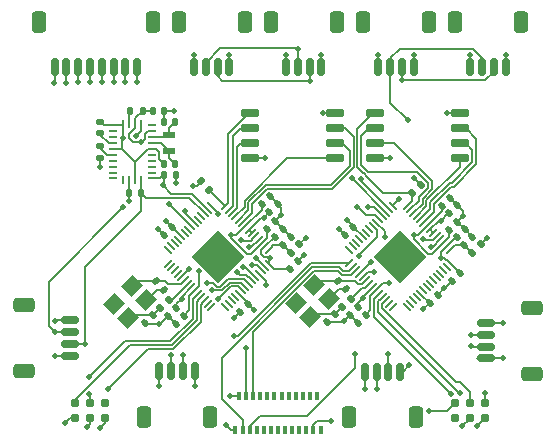
<source format=gbr>
%TF.GenerationSoftware,KiCad,Pcbnew,7.0.7*%
%TF.CreationDate,2023-12-03T17:34:17+00:00*%
%TF.ProjectId,tundraIOExpansion,74756e64-7261-4494-9f45-7870616e7369,rev?*%
%TF.SameCoordinates,Original*%
%TF.FileFunction,Copper,L1,Top*%
%TF.FilePolarity,Positive*%
%FSLAX46Y46*%
G04 Gerber Fmt 4.6, Leading zero omitted, Abs format (unit mm)*
G04 Created by KiCad (PCBNEW 7.0.7) date 2023-12-03 17:34:17*
%MOMM*%
%LPD*%
G01*
G04 APERTURE LIST*
G04 Aperture macros list*
%AMRoundRect*
0 Rectangle with rounded corners*
0 $1 Rounding radius*
0 $2 $3 $4 $5 $6 $7 $8 $9 X,Y pos of 4 corners*
0 Add a 4 corners polygon primitive as box body*
4,1,4,$2,$3,$4,$5,$6,$7,$8,$9,$2,$3,0*
0 Add four circle primitives for the rounded corners*
1,1,$1+$1,$2,$3*
1,1,$1+$1,$4,$5*
1,1,$1+$1,$6,$7*
1,1,$1+$1,$8,$9*
0 Add four rect primitives between the rounded corners*
20,1,$1+$1,$2,$3,$4,$5,0*
20,1,$1+$1,$4,$5,$6,$7,0*
20,1,$1+$1,$6,$7,$8,$9,0*
20,1,$1+$1,$8,$9,$2,$3,0*%
%AMRotRect*
0 Rectangle, with rotation*
0 The origin of the aperture is its center*
0 $1 length*
0 $2 width*
0 $3 Rotation angle, in degrees counterclockwise*
0 Add horizontal line*
21,1,$1,$2,0,0,$3*%
G04 Aperture macros list end*
%TA.AperFunction,SMDPad,CuDef*%
%ADD10RoundRect,0.135000X0.226274X0.035355X0.035355X0.226274X-0.226274X-0.035355X-0.035355X-0.226274X0*%
%TD*%
%TA.AperFunction,SMDPad,CuDef*%
%ADD11RoundRect,0.135000X0.035355X-0.226274X0.226274X-0.035355X-0.035355X0.226274X-0.226274X0.035355X0*%
%TD*%
%TA.AperFunction,SMDPad,CuDef*%
%ADD12RoundRect,0.135000X-0.035355X0.226274X-0.226274X0.035355X0.035355X-0.226274X0.226274X-0.035355X0*%
%TD*%
%TA.AperFunction,SMDPad,CuDef*%
%ADD13RoundRect,0.150000X-0.650000X-0.150000X0.650000X-0.150000X0.650000X0.150000X-0.650000X0.150000X0*%
%TD*%
%TA.AperFunction,SMDPad,CuDef*%
%ADD14RoundRect,0.135000X-0.135000X-0.185000X0.135000X-0.185000X0.135000X0.185000X-0.135000X0.185000X0*%
%TD*%
%TA.AperFunction,SMDPad,CuDef*%
%ADD15RoundRect,0.150000X-0.150000X-0.625000X0.150000X-0.625000X0.150000X0.625000X-0.150000X0.625000X0*%
%TD*%
%TA.AperFunction,SMDPad,CuDef*%
%ADD16RoundRect,0.250000X-0.350000X-0.650000X0.350000X-0.650000X0.350000X0.650000X-0.350000X0.650000X0*%
%TD*%
%TA.AperFunction,SMDPad,CuDef*%
%ADD17RoundRect,0.140000X-0.219203X-0.021213X-0.021213X-0.219203X0.219203X0.021213X0.021213X0.219203X0*%
%TD*%
%TA.AperFunction,ConnectorPad*%
%ADD18C,0.787400*%
%TD*%
%TA.AperFunction,SMDPad,CuDef*%
%ADD19RoundRect,0.140000X0.021213X-0.219203X0.219203X-0.021213X-0.021213X0.219203X-0.219203X0.021213X0*%
%TD*%
%TA.AperFunction,SMDPad,CuDef*%
%ADD20RoundRect,0.135000X0.185000X-0.135000X0.185000X0.135000X-0.185000X0.135000X-0.185000X-0.135000X0*%
%TD*%
%TA.AperFunction,SMDPad,CuDef*%
%ADD21RoundRect,0.050000X-0.309359X0.238649X0.238649X-0.309359X0.309359X-0.238649X-0.238649X0.309359X0*%
%TD*%
%TA.AperFunction,SMDPad,CuDef*%
%ADD22RoundRect,0.050000X-0.309359X-0.238649X-0.238649X-0.309359X0.309359X0.238649X0.238649X0.309359X0*%
%TD*%
%TA.AperFunction,SMDPad,CuDef*%
%ADD23RotRect,3.200000X3.200000X315.000000*%
%TD*%
%TA.AperFunction,SMDPad,CuDef*%
%ADD24RoundRect,0.150000X-0.625000X0.150000X-0.625000X-0.150000X0.625000X-0.150000X0.625000X0.150000X0*%
%TD*%
%TA.AperFunction,SMDPad,CuDef*%
%ADD25RoundRect,0.250000X-0.650000X0.350000X-0.650000X-0.350000X0.650000X-0.350000X0.650000X0.350000X0*%
%TD*%
%TA.AperFunction,SMDPad,CuDef*%
%ADD26RoundRect,0.150000X0.150000X0.625000X-0.150000X0.625000X-0.150000X-0.625000X0.150000X-0.625000X0*%
%TD*%
%TA.AperFunction,SMDPad,CuDef*%
%ADD27RoundRect,0.250000X0.350000X0.650000X-0.350000X0.650000X-0.350000X-0.650000X0.350000X-0.650000X0*%
%TD*%
%TA.AperFunction,SMDPad,CuDef*%
%ADD28RoundRect,0.140000X-0.021213X0.219203X-0.219203X0.021213X0.021213X-0.219203X0.219203X-0.021213X0*%
%TD*%
%TA.AperFunction,SMDPad,CuDef*%
%ADD29RoundRect,0.140000X0.140000X0.170000X-0.140000X0.170000X-0.140000X-0.170000X0.140000X-0.170000X0*%
%TD*%
%TA.AperFunction,SMDPad,CuDef*%
%ADD30RoundRect,0.135000X0.135000X0.185000X-0.135000X0.185000X-0.135000X-0.185000X0.135000X-0.185000X0*%
%TD*%
%TA.AperFunction,SMDPad,CuDef*%
%ADD31RotRect,1.400000X1.200000X225.000000*%
%TD*%
%TA.AperFunction,SMDPad,CuDef*%
%ADD32RoundRect,0.140000X-0.170000X0.140000X-0.170000X-0.140000X0.170000X-0.140000X0.170000X0.140000X0*%
%TD*%
%TA.AperFunction,SMDPad,CuDef*%
%ADD33R,0.300000X0.800000*%
%TD*%
%TA.AperFunction,SMDPad,CuDef*%
%ADD34R,0.300000X0.650000*%
%TD*%
%TA.AperFunction,SMDPad,CuDef*%
%ADD35RoundRect,0.150000X0.625000X-0.150000X0.625000X0.150000X-0.625000X0.150000X-0.625000X-0.150000X0*%
%TD*%
%TA.AperFunction,SMDPad,CuDef*%
%ADD36RoundRect,0.250000X0.650000X-0.350000X0.650000X0.350000X-0.650000X0.350000X-0.650000X-0.350000X0*%
%TD*%
%TA.AperFunction,SMDPad,CuDef*%
%ADD37R,0.675000X0.254000*%
%TD*%
%TA.AperFunction,SMDPad,CuDef*%
%ADD38R,0.254000X0.675000*%
%TD*%
%TA.AperFunction,SMDPad,CuDef*%
%ADD39R,1.100000X0.600000*%
%TD*%
%TA.AperFunction,ViaPad*%
%ADD40C,0.500000*%
%TD*%
%TA.AperFunction,Conductor*%
%ADD41C,0.127000*%
%TD*%
G04 APERTURE END LIST*
D10*
%TO.P,R10,1*%
%TO.N,Net-(U4-~{CS})*%
X132980624Y-72320624D03*
%TO.P,R10,2*%
%TO.N,Net-(USB2-Pin_4)*%
X132259376Y-71599376D03*
%TD*%
D11*
%TO.P,R9,1*%
%TO.N,Net-(U1-QSPI_SS)*%
X150149376Y-72610624D03*
%TO.P,R9,2*%
%TO.N,Net-(USB1-Pin_4)*%
X150870624Y-71889376D03*
%TD*%
D12*
%TO.P,R1,1*%
%TO.N,+3V3*%
X155937668Y-76955050D03*
%TO.P,R1,2*%
%TO.N,Net-(U1-ADC_AVDD)*%
X155216420Y-77676298D03*
%TD*%
D13*
%TO.P,U2,1,~{CS}*%
%TO.N,Net-(U1-QSPI_SS)*%
X146970000Y-65845000D03*
%TO.P,U2,2,SO/SIO1*%
%TO.N,Net-(U1-QSPI_SD1)*%
X146970000Y-67115000D03*
%TO.P,U2,3,~{WP}/SIO2*%
%TO.N,Net-(U1-QSPI_SD2)*%
X146970000Y-68385000D03*
%TO.P,U2,4,GND*%
%TO.N,GND*%
X146970000Y-69655000D03*
%TO.P,U2,5,SI/SIO0*%
%TO.N,Net-(U1-QSPI_SD0)*%
X154170000Y-69655000D03*
%TO.P,U2,6,SCLK*%
%TO.N,Net-(U1-QSPI_SCLK)*%
X154170000Y-68385000D03*
%TO.P,U2,7,~{HOLD}/SIO3*%
%TO.N,Net-(U1-QSPI_SD3)*%
X154170000Y-67115000D03*
%TO.P,U2,8,VCC*%
%TO.N,+3V3*%
X154170000Y-65845000D03*
%TD*%
D14*
%TO.P,R6,1*%
%TO.N,+3V3*%
X126170000Y-72577500D03*
%TO.P,R6,2*%
%TO.N,Net-(FINGER5L1-Pin_3)*%
X127190000Y-72577500D03*
%TD*%
D15*
%TO.P,USB2,1,Pin_1*%
%TO.N,GND*%
X128730000Y-87710000D03*
%TO.P,USB2,2,Pin_2*%
%TO.N,Net-(U5-USB_DM)*%
X129730000Y-87710000D03*
%TO.P,USB2,3,Pin_3*%
%TO.N,Net-(U5-USB_DP)*%
X130730000Y-87710000D03*
%TO.P,USB2,4,Pin_4*%
%TO.N,Net-(USB2-Pin_4)*%
X131730000Y-87710000D03*
D16*
%TO.P,USB2,MP*%
%TO.N,N/C*%
X127430000Y-91585000D03*
X133030000Y-91585000D03*
%TD*%
D15*
%TO.P,USB1,1,Pin_1*%
%TO.N,GND*%
X146130000Y-87720000D03*
%TO.P,USB1,2,Pin_2*%
%TO.N,Net-(U1-USB_DM)*%
X147130000Y-87720000D03*
%TO.P,USB1,3,Pin_3*%
%TO.N,Net-(U1-USB_DP)*%
X148130000Y-87720000D03*
%TO.P,USB1,4,Pin_4*%
%TO.N,Net-(USB1-Pin_4)*%
X149130000Y-87720000D03*
D16*
%TO.P,USB1,MP*%
%TO.N,N/C*%
X144830000Y-91595000D03*
X150430000Y-91595000D03*
%TD*%
D17*
%TO.P,C11,1*%
%TO.N,Net-(U1-XIN)*%
X143860589Y-80010589D03*
%TO.P,C11,2*%
%TO.N,GND*%
X144539411Y-80689411D03*
%TD*%
D18*
%TO.P,J3,1,VCC*%
%TO.N,+3V3*%
X121560000Y-91645000D03*
%TO.P,J3,2,SWDIO*%
%TO.N,Net-(J3-SWDIO)*%
X121560000Y-90375000D03*
%TO.P,J3,3,~{RESET}*%
%TO.N,Net-(J3-~{RESET})*%
X122830000Y-91645000D03*
%TO.P,J3,4,SWCLK*%
%TO.N,Net-(J3-SWCLK)*%
X122830000Y-90375000D03*
%TO.P,J3,5,GND*%
%TO.N,GND*%
X124100000Y-91645000D03*
%TO.P,J3,6,SWO*%
%TO.N,unconnected-(J3-SWO-Pad6)*%
X124100000Y-90375000D03*
%TD*%
D19*
%TO.P,C28,1*%
%TO.N,Net-(U5-ADC_AVDD)*%
X139184060Y-77007299D03*
%TO.P,C28,2*%
%TO.N,GND*%
X139862882Y-76328477D03*
%TD*%
D20*
%TO.P,R4,1*%
%TO.N,+3V3*%
X123720000Y-69670000D03*
%TO.P,R4,2*%
%TO.N,Net-(U3-NRST)*%
X123720000Y-68650000D03*
%TD*%
D21*
%TO.P,U1,1,IOVDD*%
%TO.N,+3V3*%
X148494213Y-73705787D03*
%TO.P,U1,2,GPIO0*%
%TO.N,Net-(FINGER1-Pin_3)*%
X148211370Y-73988630D03*
%TO.P,U1,3,GPIO1*%
%TO.N,Net-(FINGER1-Pin_2)*%
X147928528Y-74271472D03*
%TO.P,U1,4,GPIO2*%
%TO.N,Net-(FINGER3-Pin_3)*%
X147645685Y-74554315D03*
%TO.P,U1,5,GPIO3*%
%TO.N,Net-(FINGER3-Pin_2)*%
X147362842Y-74837158D03*
%TO.P,U1,6,GPIO4*%
%TO.N,INTER_RP2040_UART_TX1*%
X147080000Y-75120000D03*
%TO.P,U1,7,GPIO5*%
%TO.N,INTER_RP2040_UART_RX1*%
X146797157Y-75402843D03*
%TO.P,U1,8,GPIO6*%
%TO.N,unconnected-(U1-GPIO6-Pad8)*%
X146514314Y-75685686D03*
%TO.P,U1,9,GPIO7*%
%TO.N,unconnected-(U1-GPIO7-Pad9)*%
X146231471Y-75968529D03*
%TO.P,U1,10,IOVDD*%
%TO.N,+3V3*%
X145948629Y-76251371D03*
%TO.P,U1,11,GPIO8*%
%TO.N,unconnected-(U1-GPIO8-Pad11)*%
X145665786Y-76534214D03*
%TO.P,U1,12,GPIO9*%
%TO.N,unconnected-(U1-GPIO9-Pad12)*%
X145382943Y-76817057D03*
%TO.P,U1,13,GPIO10*%
%TO.N,unconnected-(U1-GPIO10-Pad13)*%
X145100101Y-77099899D03*
%TO.P,U1,14,GPIO11*%
%TO.N,unconnected-(U1-GPIO11-Pad14)*%
X144817258Y-77382742D03*
D22*
%TO.P,U1,15,GPIO12*%
%TO.N,D12-MI_MISO*%
X144817258Y-78567146D03*
%TO.P,U1,16,GPIO13*%
%TO.N,D10-MI_CS*%
X145100101Y-78849989D03*
%TO.P,U1,17,GPIO14*%
%TO.N,D13-MI_SCLK*%
X145382943Y-79132831D03*
%TO.P,U1,18,GPIO15*%
%TO.N,D11-MI_MOSI*%
X145665786Y-79415674D03*
%TO.P,U1,19,TESTEN*%
%TO.N,GND*%
X145948629Y-79698517D03*
%TO.P,U1,20,XIN*%
%TO.N,Net-(U1-XIN)*%
X146231471Y-79981359D03*
%TO.P,U1,21,XOUT*%
%TO.N,Net-(U1-XOUT)*%
X146514314Y-80264202D03*
%TO.P,U1,22,IOVDD*%
%TO.N,+3V3*%
X146797157Y-80547045D03*
%TO.P,U1,23,DVDD*%
%TO.N,Net-(U1-VREG_VOUT)*%
X147080000Y-80829888D03*
%TO.P,U1,24,SWCLK*%
%TO.N,Net-(J2-SWCLK)*%
X147362842Y-81112730D03*
%TO.P,U1,25,SWD*%
%TO.N,Net-(J2-SWDIO)*%
X147645685Y-81395573D03*
%TO.P,U1,26,RUN*%
%TO.N,Net-(J2-~{RESET})*%
X147928528Y-81678416D03*
%TO.P,U1,27,GPIO16*%
%TO.N,unconnected-(U1-GPIO16-Pad27)*%
X148211370Y-81961258D03*
%TO.P,U1,28,GPIO17*%
%TO.N,unconnected-(U1-GPIO17-Pad28)*%
X148494213Y-82244101D03*
D21*
%TO.P,U1,29,GPIO18*%
%TO.N,unconnected-(U1-GPIO18-Pad29)*%
X149678617Y-82244101D03*
%TO.P,U1,30,GPIO19*%
%TO.N,unconnected-(U1-GPIO19-Pad30)*%
X149961460Y-81961258D03*
%TO.P,U1,31,GPIO20*%
%TO.N,unconnected-(U1-GPIO20-Pad31)*%
X150244302Y-81678416D03*
%TO.P,U1,32,GPIO21*%
%TO.N,unconnected-(U1-GPIO21-Pad32)*%
X150527145Y-81395573D03*
%TO.P,U1,33,IOVDD*%
%TO.N,+3V3*%
X150809988Y-81112730D03*
%TO.P,U1,34,GPIO22*%
%TO.N,unconnected-(U1-GPIO22-Pad34)*%
X151092830Y-80829888D03*
%TO.P,U1,35,GPIO23*%
%TO.N,unconnected-(U1-GPIO23-Pad35)*%
X151375673Y-80547045D03*
%TO.P,U1,36,GPIO24*%
%TO.N,unconnected-(U1-GPIO24-Pad36)*%
X151658516Y-80264202D03*
%TO.P,U1,37,GPIO25*%
%TO.N,unconnected-(U1-GPIO25-Pad37)*%
X151941359Y-79981359D03*
%TO.P,U1,38,GPIO26_ADC0*%
%TO.N,unconnected-(U1-GPIO26_ADC0-Pad38)*%
X152224201Y-79698517D03*
%TO.P,U1,39,GPIO27_ADC1*%
%TO.N,unconnected-(U1-GPIO27_ADC1-Pad39)*%
X152507044Y-79415674D03*
%TO.P,U1,40,GPIO28_ADC2*%
%TO.N,unconnected-(U1-GPIO28_ADC2-Pad40)*%
X152789887Y-79132831D03*
%TO.P,U1,41,GPIO29_ADC3*%
%TO.N,unconnected-(U1-GPIO29_ADC3-Pad41)*%
X153072729Y-78849989D03*
%TO.P,U1,42,IOVDD*%
%TO.N,+3V3*%
X153355572Y-78567146D03*
D22*
%TO.P,U1,43,ADC_AVDD*%
%TO.N,Net-(U1-ADC_AVDD)*%
X153355572Y-77382742D03*
%TO.P,U1,44,VREG_IN*%
%TO.N,+3V3*%
X153072729Y-77099899D03*
%TO.P,U1,45,VREG_VOUT*%
%TO.N,Net-(U1-VREG_VOUT)*%
X152789887Y-76817057D03*
%TO.P,U1,46,USB_DM*%
%TO.N,Net-(U1-USB_DM)*%
X152507044Y-76534214D03*
%TO.P,U1,47,USB_DP*%
%TO.N,Net-(U1-USB_DP)*%
X152224201Y-76251371D03*
%TO.P,U1,48,USB_VDD*%
%TO.N,+3V3*%
X151941359Y-75968529D03*
%TO.P,U1,49,IOVDD*%
X151658516Y-75685686D03*
%TO.P,U1,50,DVDD*%
%TO.N,Net-(U1-VREG_VOUT)*%
X151375673Y-75402843D03*
%TO.P,U1,51,QSPI_SD3*%
%TO.N,Net-(U1-QSPI_SD3)*%
X151092830Y-75120000D03*
%TO.P,U1,52,QSPI_SCLK*%
%TO.N,Net-(U1-QSPI_SCLK)*%
X150809988Y-74837158D03*
%TO.P,U1,53,QSPI_SD0*%
%TO.N,Net-(U1-QSPI_SD0)*%
X150527145Y-74554315D03*
%TO.P,U1,54,QSPI_SD2*%
%TO.N,Net-(U1-QSPI_SD2)*%
X150244302Y-74271472D03*
%TO.P,U1,55,QSPI_SD1*%
%TO.N,Net-(U1-QSPI_SD1)*%
X149961460Y-73988630D03*
%TO.P,U1,56,QSPI_SS*%
%TO.N,Net-(U1-QSPI_SS)*%
X149678617Y-73705787D03*
D23*
%TO.P,U1,57,GND*%
%TO.N,GND*%
X149086415Y-77974944D03*
%TD*%
D19*
%TO.P,C10,1*%
%TO.N,Net-(U1-ADC_AVDD)*%
X154567633Y-77005085D03*
%TO.P,C10,2*%
%TO.N,GND*%
X155246455Y-76326263D03*
%TD*%
%TO.P,C6,1*%
%TO.N,+3V3*%
X153290589Y-74329411D03*
%TO.P,C6,2*%
%TO.N,GND*%
X153969411Y-73650589D03*
%TD*%
D18*
%TO.P,J2,1,VCC*%
%TO.N,+3V3*%
X156300000Y-90375000D03*
%TO.P,J2,2,SWDIO*%
%TO.N,Net-(J2-SWDIO)*%
X156300000Y-91645000D03*
%TO.P,J2,3,~{RESET}*%
%TO.N,Net-(J2-~{RESET})*%
X155030000Y-90375000D03*
%TO.P,J2,4,SWCLK*%
%TO.N,Net-(J2-SWCLK)*%
X155030000Y-91645000D03*
%TO.P,J2,5,GND*%
%TO.N,GND*%
X153760000Y-90375000D03*
%TO.P,J2,6,SWO*%
%TO.N,unconnected-(J2-SWO-Pad6)*%
X153760000Y-91645000D03*
%TD*%
D24*
%TO.P,FINGER5R1,1,Pin_1*%
%TO.N,GND*%
X121140000Y-83390000D03*
%TO.P,FINGER5R1,2,Pin_2*%
%TO.N,Net-(FINGER5L1-Pin_2)*%
X121140000Y-84390000D03*
%TO.P,FINGER5R1,3,Pin_3*%
%TO.N,Net-(FINGER5L1-Pin_3)*%
X121140000Y-85390000D03*
%TO.P,FINGER5R1,4,Pin_4*%
%TO.N,+3V3*%
X121140000Y-86390000D03*
D25*
%TO.P,FINGER5R1,MP*%
%TO.N,N/C*%
X117265000Y-82090000D03*
X117265000Y-87690000D03*
%TD*%
D11*
%TO.P,R2,1*%
%TO.N,Net-(C12-Pad1)*%
X144239376Y-82270624D03*
%TO.P,R2,2*%
%TO.N,Net-(U1-XOUT)*%
X144960624Y-81549376D03*
%TD*%
D26*
%TO.P,FingerAux1,1,Pin_1*%
%TO.N,Net-(FingerAux1-Pin_1)*%
X126860000Y-61955000D03*
%TO.P,FingerAux1,2,Pin_2*%
%TO.N,Net-(FingerAux1-Pin_2)*%
X125860000Y-61955000D03*
%TO.P,FingerAux1,3,Pin_3*%
%TO.N,Net-(FingerAux1-Pin_3)*%
X124860000Y-61955000D03*
%TO.P,FingerAux1,4,Pin_4*%
%TO.N,Net-(FingerAux1-Pin_4)*%
X123860000Y-61955000D03*
%TO.P,FingerAux1,5,Pin_5*%
%TO.N,Net-(FingerAux1-Pin_5)*%
X122860000Y-61955000D03*
%TO.P,FingerAux1,6,Pin_6*%
%TO.N,Net-(FingerAux1-Pin_6)*%
X121860000Y-61955000D03*
%TO.P,FingerAux1,7,Pin_7*%
%TO.N,Net-(FingerAux1-Pin_7)*%
X120860000Y-61955000D03*
%TO.P,FingerAux1,8,Pin_8*%
%TO.N,Net-(FingerAux1-Pin_8)*%
X119860000Y-61955000D03*
D27*
%TO.P,FingerAux1,MP*%
%TO.N,N/C*%
X128160000Y-58080000D03*
X118560000Y-58080000D03*
%TD*%
D26*
%TO.P,FINGER4,1,Pin_1*%
%TO.N,GND*%
X158060000Y-61955000D03*
%TO.P,FINGER4,2,Pin_2*%
%TO.N,Net-(FINGER3-Pin_2)*%
X157060000Y-61955000D03*
%TO.P,FINGER4,3,Pin_3*%
%TO.N,Net-(FINGER3-Pin_3)*%
X156060000Y-61955000D03*
%TO.P,FINGER4,4,Pin_4*%
%TO.N,+3V3*%
X155060000Y-61955000D03*
D27*
%TO.P,FINGER4,MP*%
%TO.N,N/C*%
X159360000Y-58080000D03*
X153760000Y-58080000D03*
%TD*%
D28*
%TO.P,C25,1*%
%TO.N,Net-(U5-VREG_VOUT)*%
X130809411Y-82990589D03*
%TO.P,C25,2*%
%TO.N,GND*%
X130130589Y-83669411D03*
%TD*%
D19*
%TO.P,C3,1*%
%TO.N,+3V3*%
X151617633Y-81925085D03*
%TO.P,C3,2*%
%TO.N,GND*%
X152296455Y-81246263D03*
%TD*%
%TO.P,C18,1*%
%TO.N,+3V3*%
X139780589Y-79059411D03*
%TO.P,C18,2*%
%TO.N,GND*%
X140459411Y-78380589D03*
%TD*%
D29*
%TO.P,C16,1*%
%TO.N,Net-(U3-XIN32)*%
X130080000Y-66597500D03*
%TO.P,C16,2*%
%TO.N,GND*%
X129120000Y-66597500D03*
%TD*%
D19*
%TO.P,C27,1*%
%TO.N,Net-(U5-VREG_VOUT)*%
X137400589Y-73539411D03*
%TO.P,C27,2*%
%TO.N,GND*%
X138079411Y-72860589D03*
%TD*%
D28*
%TO.P,C8,1*%
%TO.N,Net-(U1-VREG_VOUT)*%
X146229411Y-82910589D03*
%TO.P,C8,2*%
%TO.N,GND*%
X145550589Y-83589411D03*
%TD*%
D29*
%TO.P,C13,1*%
%TO.N,GND*%
X129120000Y-65677500D03*
%TO.P,C13,2*%
%TO.N,+3V3*%
X128160000Y-65677500D03*
%TD*%
D30*
%TO.P,R5,1*%
%TO.N,+3V3*%
X130130000Y-71050000D03*
%TO.P,R5,2*%
%TO.N,Net-(FINGER5L1-Pin_2)*%
X129110000Y-71050000D03*
%TD*%
D28*
%TO.P,C22,1*%
%TO.N,+3V3*%
X130159411Y-82330589D03*
%TO.P,C22,2*%
%TO.N,GND*%
X129480589Y-83009411D03*
%TD*%
D19*
%TO.P,C26,1*%
%TO.N,+3V3*%
X138060589Y-74189411D03*
%TO.P,C26,2*%
%TO.N,GND*%
X138739411Y-73510589D03*
%TD*%
D28*
%TO.P,C20,1*%
%TO.N,+3V3*%
X136259411Y-81960589D03*
%TO.P,C20,2*%
%TO.N,GND*%
X135580589Y-82639411D03*
%TD*%
D31*
%TO.P,Y1,1,1*%
%TO.N,Net-(U1-XIN)*%
X141856777Y-80381142D03*
%TO.P,Y1,2,2*%
%TO.N,GND*%
X140301142Y-81936777D03*
%TO.P,Y1,3,3*%
%TO.N,Net-(C12-Pad1)*%
X141503223Y-83138858D03*
%TO.P,Y1,4,4*%
%TO.N,GND*%
X143058858Y-81583223D03*
%TD*%
D26*
%TO.P,FINGER1,1,Pin_1*%
%TO.N,GND*%
X134660000Y-61955000D03*
%TO.P,FINGER1,2,Pin_2*%
%TO.N,Net-(FINGER1-Pin_2)*%
X133660000Y-61955000D03*
%TO.P,FINGER1,3,Pin_3*%
%TO.N,Net-(FINGER1-Pin_3)*%
X132660000Y-61955000D03*
%TO.P,FINGER1,4,Pin_4*%
%TO.N,+3V3*%
X131660000Y-61955000D03*
D27*
%TO.P,FINGER1,MP*%
%TO.N,N/C*%
X135960000Y-58080000D03*
X130360000Y-58080000D03*
%TD*%
D32*
%TO.P,C14,1*%
%TO.N,GND*%
X123730000Y-66547500D03*
%TO.P,C14,2*%
%TO.N,Net-(U3-CAP)*%
X123730000Y-67507500D03*
%TD*%
D19*
%TO.P,C9,1*%
%TO.N,Net-(U1-VREG_VOUT)*%
X152640589Y-73669411D03*
%TO.P,C9,2*%
%TO.N,GND*%
X153319411Y-72990589D03*
%TD*%
D17*
%TO.P,C19,1*%
%TO.N,Net-(U5-XIN)*%
X128430589Y-80090589D03*
%TO.P,C19,2*%
%TO.N,GND*%
X129109411Y-80769411D03*
%TD*%
D26*
%TO.P,FINGER3,1,Pin_1*%
%TO.N,GND*%
X150260000Y-61955000D03*
%TO.P,FINGER3,2,Pin_2*%
%TO.N,Net-(FINGER3-Pin_2)*%
X149260000Y-61955000D03*
%TO.P,FINGER3,3,Pin_3*%
%TO.N,Net-(FINGER3-Pin_3)*%
X148260000Y-61955000D03*
%TO.P,FINGER3,4,Pin_4*%
%TO.N,+3V3*%
X147260000Y-61955000D03*
D27*
%TO.P,FINGER3,MP*%
%TO.N,N/C*%
X151560000Y-58080000D03*
X145960000Y-58080000D03*
%TD*%
D28*
%TO.P,C5,1*%
%TO.N,+3V3*%
X145136455Y-75446263D03*
%TO.P,C5,2*%
%TO.N,GND*%
X144457633Y-76125085D03*
%TD*%
%TO.P,C12,1*%
%TO.N,Net-(C12-Pad1)*%
X143629411Y-82870589D03*
%TO.P,C12,2*%
%TO.N,GND*%
X142950589Y-83549411D03*
%TD*%
D12*
%TO.P,R8,1*%
%TO.N,+3V3*%
X140564095Y-76957264D03*
%TO.P,R8,2*%
%TO.N,Net-(U5-ADC_AVDD)*%
X139842847Y-77678512D03*
%TD*%
D19*
%TO.P,C23,1*%
%TO.N,Net-(U5-VREG_VOUT)*%
X137864060Y-75687299D03*
%TO.P,C23,2*%
%TO.N,GND*%
X138542882Y-75008477D03*
%TD*%
D33*
%TO.P,J1,1,Pin_1*%
%TO.N,GND*%
X135180000Y-92637500D03*
D34*
%TO.P,J1,2,Pin_2*%
X135480000Y-89762500D03*
D33*
%TO.P,J1,3,Pin_3*%
%TO.N,D10-MI_CS*%
X135780000Y-92637500D03*
D34*
%TO.P,J1,4,Pin_4*%
%TO.N,D12-MI_MISO*%
X136080000Y-89762500D03*
D33*
%TO.P,J1,5,Pin_5*%
%TO.N,D11-MI_MOSI*%
X136380000Y-92637500D03*
D34*
%TO.P,J1,6,Pin_6*%
%TO.N,D13-MI_SCLK*%
X136680000Y-89762500D03*
D33*
%TO.P,J1,7,Pin_7*%
%TO.N,FPGA_GPIO_7*%
X136980000Y-92637500D03*
D34*
%TO.P,J1,8,Pin_8*%
%TO.N,UART_RX*%
X137280000Y-89762500D03*
D33*
%TO.P,J1,9,Pin_9*%
%TO.N,UART_TX*%
X137580000Y-92637500D03*
D34*
%TO.P,J1,10,Pin_10*%
%TO.N,HAPTICS_DRV*%
X137880000Y-89762500D03*
D33*
%TO.P,J1,11,Pin_11*%
%TO.N,NRF_SWCLK*%
X138180000Y-92637500D03*
D34*
%TO.P,J1,12,Pin_12*%
%TO.N,FPGA_GPIO_4*%
X138480000Y-89762500D03*
D33*
%TO.P,J1,13,Pin_13*%
%TO.N,FPGA_GPIO_5*%
X138780000Y-92637500D03*
D34*
%TO.P,J1,14,Pin_14*%
%TO.N,FPGA_GPIO_6*%
X139080000Y-89762500D03*
D33*
%TO.P,J1,15,Pin_15*%
%TO.N,MCU_SWDIO*%
X139380000Y-92637500D03*
D34*
%TO.P,J1,16,Pin_16*%
%TO.N,MCU_NRST*%
X139680000Y-89762500D03*
D33*
%TO.P,J1,17,Pin_17*%
%TO.N,NRF_NRST*%
X139980000Y-92637500D03*
D34*
%TO.P,J1,18,Pin_18*%
%TO.N,NRF_SWDIO*%
X140280000Y-89762500D03*
D33*
%TO.P,J1,19,Pin_19*%
%TO.N,MCU_SWCLK*%
X140580000Y-92637500D03*
D34*
%TO.P,J1,20,Pin_20*%
%TO.N,FPGA_GPIO_12*%
X140880000Y-89762500D03*
D33*
%TO.P,J1,21,Pin_21*%
%TO.N,FPGA_GPIO_13*%
X141180000Y-92637500D03*
D34*
%TO.P,J1,22,Pin_22*%
%TO.N,VCORE*%
X141480000Y-89762500D03*
D33*
%TO.P,J1,23,Pin_23*%
%TO.N,+3V3*%
X141780000Y-92637500D03*
D34*
%TO.P,J1,24,Pin_24*%
%TO.N,VSYS*%
X142080000Y-89762500D03*
D33*
%TO.P,J1,25,Pin_25*%
%TO.N,VUSB*%
X142380000Y-92637500D03*
%TD*%
D35*
%TO.P,FINGER5L1,1,Pin_1*%
%TO.N,GND*%
X156420000Y-86610000D03*
%TO.P,FINGER5L1,2,Pin_2*%
%TO.N,Net-(FINGER5L1-Pin_2)*%
X156420000Y-85610000D03*
%TO.P,FINGER5L1,3,Pin_3*%
%TO.N,Net-(FINGER5L1-Pin_3)*%
X156420000Y-84610000D03*
%TO.P,FINGER5L1,4,Pin_4*%
%TO.N,+3V3*%
X156420000Y-83610000D03*
D36*
%TO.P,FINGER5L1,MP*%
%TO.N,N/C*%
X160295000Y-87910000D03*
X160295000Y-82310000D03*
%TD*%
D19*
%TO.P,C7,1*%
%TO.N,Net-(U1-VREG_VOUT)*%
X153247633Y-75695085D03*
%TO.P,C7,2*%
%TO.N,GND*%
X153926455Y-75016263D03*
%TD*%
D13*
%TO.P,U4,1,~{CS}*%
%TO.N,Net-(U4-~{CS})*%
X136420000Y-65855000D03*
%TO.P,U4,2,SO/SIO1*%
%TO.N,Net-(U4-SO{slash}SIO1)*%
X136420000Y-67125000D03*
%TO.P,U4,3,~{WP}/SIO2*%
%TO.N,Net-(U4-~{WP}{slash}SIO2)*%
X136420000Y-68395000D03*
%TO.P,U4,4,GND*%
%TO.N,GND*%
X136420000Y-69665000D03*
%TO.P,U4,5,SI/SIO0*%
%TO.N,Net-(U4-SI{slash}SIO0)*%
X143620000Y-69665000D03*
%TO.P,U4,6,SCLK*%
%TO.N,Net-(U4-SCLK)*%
X143620000Y-68395000D03*
%TO.P,U4,7,~{HOLD}/SIO3*%
%TO.N,Net-(U4-~{HOLD}{slash}SIO3)*%
X143620000Y-67125000D03*
%TO.P,U4,8,VCC*%
%TO.N,+3V3*%
X143620000Y-65855000D03*
%TD*%
D37*
%TO.P,U3,1,PIN1/DNC*%
%TO.N,unconnected-(U3-PIN1{slash}DNC-Pad1)*%
X128102500Y-66870000D03*
D38*
%TO.P,U3,2,GND*%
%TO.N,GND*%
X127190000Y-66732500D03*
%TO.P,U3,3,VDD*%
%TO.N,+3V3*%
X126690000Y-66732500D03*
%TO.P,U3,4,BOOTN*%
%TO.N,Net-(U3-BOOTN)*%
X126190000Y-66732500D03*
%TO.P,U3,5,PS1*%
%TO.N,GND*%
X125690000Y-66732500D03*
D37*
%TO.P,U3,6,PS0/WAKE*%
X124777500Y-66870000D03*
%TO.P,U3,7,PIN7/DNC*%
%TO.N,unconnected-(U3-PIN7{slash}DNC-Pad7)*%
X124777500Y-67370000D03*
%TO.P,U3,8,PIN8/DNC*%
%TO.N,unconnected-(U3-PIN8{slash}DNC-Pad8)*%
X124777500Y-67870000D03*
%TO.P,U3,9,CAP*%
%TO.N,Net-(U3-CAP)*%
X124777500Y-68370000D03*
%TO.P,U3,10,CLKSEL0*%
%TO.N,GND*%
X124777500Y-68870000D03*
%TO.P,U3,11,NRST*%
%TO.N,Net-(U3-NRST)*%
X124777500Y-69370000D03*
%TO.P,U3,12,PIN12/DNC*%
%TO.N,unconnected-(U3-PIN12{slash}DNC-Pad12)*%
X124777500Y-69870000D03*
%TO.P,U3,13,PIN13/DNC*%
%TO.N,unconnected-(U3-PIN13{slash}DNC-Pad13)*%
X124777500Y-70370000D03*
%TO.P,U3,14,H_INTN*%
%TO.N,INT*%
X124777500Y-70870000D03*
%TO.P,U3,15,ENV_SCL*%
%TO.N,unconnected-(U3-ENV_SCL-Pad15)*%
X124777500Y-71370000D03*
D38*
%TO.P,U3,16,ENV_SDA*%
%TO.N,unconnected-(U3-ENV_SDA-Pad16)*%
X125690000Y-71507500D03*
%TO.P,U3,17,H_SA0/MOSI*%
%TO.N,+3V3*%
X126190000Y-71507500D03*
%TO.P,U3,18,H_CSN*%
%TO.N,GND*%
X126690000Y-71507500D03*
%TO.P,U3,19,H_SCL/SCLK/RX*%
%TO.N,Net-(FINGER5L1-Pin_3)*%
X127190000Y-71507500D03*
D37*
%TO.P,U3,20,H_SDA/MISO/TX*%
%TO.N,Net-(FINGER5L1-Pin_2)*%
X128102500Y-71370000D03*
%TO.P,U3,21,PIN21/DNC*%
%TO.N,unconnected-(U3-PIN21{slash}DNC-Pad21)*%
X128102500Y-70870000D03*
%TO.P,U3,22,PIN22/DNC*%
%TO.N,unconnected-(U3-PIN22{slash}DNC-Pad22)*%
X128102500Y-70370000D03*
%TO.P,U3,23,PIN23/DNC*%
%TO.N,unconnected-(U3-PIN23{slash}DNC-Pad23)*%
X128102500Y-69870000D03*
%TO.P,U3,24,PIN24/DNC*%
%TO.N,unconnected-(U3-PIN24{slash}DNC-Pad24)*%
X128102500Y-69370000D03*
%TO.P,U3,25,GND*%
%TO.N,GND*%
X128102500Y-68870000D03*
%TO.P,U3,26,CLKSEL1/XOUT32*%
%TO.N,Net-(U3-CLKSEL1{slash}XOUT32)*%
X128102500Y-68370000D03*
%TO.P,U3,27,XIN32*%
%TO.N,Net-(U3-XIN32)*%
X128102500Y-67870000D03*
%TO.P,U3,28,VDDIO*%
%TO.N,+3V3*%
X128102500Y-67370000D03*
%TD*%
D28*
%TO.P,C4,1*%
%TO.N,+3V3*%
X145579411Y-82250589D03*
%TO.P,C4,2*%
%TO.N,GND*%
X144900589Y-82929411D03*
%TD*%
D21*
%TO.P,U5,1,IOVDD*%
%TO.N,+3V3*%
X133141370Y-73727259D03*
%TO.P,U5,2,GPIO0*%
%TO.N,Net-(FINGER5L1-Pin_2)*%
X132858527Y-74010102D03*
%TO.P,U5,3,GPIO1*%
%TO.N,Net-(FINGER5L1-Pin_3)*%
X132575685Y-74292944D03*
%TO.P,U5,4,GPIO2*%
%TO.N,unconnected-(U5-GPIO2-Pad4)*%
X132292842Y-74575787D03*
%TO.P,U5,5,GPIO3*%
%TO.N,unconnected-(U5-GPIO3-Pad5)*%
X132009999Y-74858630D03*
%TO.P,U5,6,GPIO4*%
%TO.N,INTER_RP2040_UART_RX1*%
X131727157Y-75141472D03*
%TO.P,U5,7,GPIO5*%
%TO.N,INTER_RP2040_UART_TX1*%
X131444314Y-75424315D03*
%TO.P,U5,8,GPIO6*%
%TO.N,unconnected-(U5-GPIO6-Pad8)*%
X131161471Y-75707158D03*
%TO.P,U5,9,GPIO7*%
%TO.N,unconnected-(U5-GPIO7-Pad9)*%
X130878628Y-75990001D03*
%TO.P,U5,10,IOVDD*%
%TO.N,+3V3*%
X130595786Y-76272843D03*
%TO.P,U5,11,GPIO8*%
%TO.N,unconnected-(U5-GPIO8-Pad11)*%
X130312943Y-76555686D03*
%TO.P,U5,12,GPIO9*%
%TO.N,unconnected-(U5-GPIO9-Pad12)*%
X130030100Y-76838529D03*
%TO.P,U5,13,GPIO10*%
%TO.N,unconnected-(U5-GPIO10-Pad13)*%
X129747258Y-77121371D03*
%TO.P,U5,14,GPIO11*%
%TO.N,unconnected-(U5-GPIO11-Pad14)*%
X129464415Y-77404214D03*
D22*
%TO.P,U5,15,GPIO12*%
%TO.N,unconnected-(U5-GPIO12-Pad15)*%
X129464415Y-78588618D03*
%TO.P,U5,16,GPIO13*%
%TO.N,unconnected-(U5-GPIO13-Pad16)*%
X129747258Y-78871461D03*
%TO.P,U5,17,GPIO14*%
%TO.N,unconnected-(U5-GPIO14-Pad17)*%
X130030100Y-79154303D03*
%TO.P,U5,18,GPIO15*%
%TO.N,unconnected-(U5-GPIO15-Pad18)*%
X130312943Y-79437146D03*
%TO.P,U5,19,TESTEN*%
%TO.N,GND*%
X130595786Y-79719989D03*
%TO.P,U5,20,XIN*%
%TO.N,Net-(U5-XIN)*%
X130878628Y-80002831D03*
%TO.P,U5,21,XOUT*%
%TO.N,Net-(U5-XOUT)*%
X131161471Y-80285674D03*
%TO.P,U5,22,IOVDD*%
%TO.N,+3V3*%
X131444314Y-80568517D03*
%TO.P,U5,23,DVDD*%
%TO.N,Net-(U5-VREG_VOUT)*%
X131727157Y-80851360D03*
%TO.P,U5,24,SWCLK*%
%TO.N,Net-(J3-SWCLK)*%
X132009999Y-81134202D03*
%TO.P,U5,25,SWD*%
%TO.N,Net-(J3-SWDIO)*%
X132292842Y-81417045D03*
%TO.P,U5,26,RUN*%
%TO.N,Net-(J3-~{RESET})*%
X132575685Y-81699888D03*
%TO.P,U5,27,GPIO16*%
%TO.N,unconnected-(U5-GPIO16-Pad27)*%
X132858527Y-81982730D03*
%TO.P,U5,28,GPIO17*%
%TO.N,unconnected-(U5-GPIO17-Pad28)*%
X133141370Y-82265573D03*
D21*
%TO.P,U5,29,GPIO18*%
%TO.N,unconnected-(U5-GPIO18-Pad29)*%
X134325774Y-82265573D03*
%TO.P,U5,30,GPIO19*%
%TO.N,unconnected-(U5-GPIO19-Pad30)*%
X134608617Y-81982730D03*
%TO.P,U5,31,GPIO20*%
%TO.N,unconnected-(U5-GPIO20-Pad31)*%
X134891459Y-81699888D03*
%TO.P,U5,32,GPIO21*%
%TO.N,unconnected-(U5-GPIO21-Pad32)*%
X135174302Y-81417045D03*
%TO.P,U5,33,IOVDD*%
%TO.N,+3V3*%
X135457145Y-81134202D03*
%TO.P,U5,34,GPIO22*%
%TO.N,Net-(FingerAux1-Pin_1)*%
X135739987Y-80851360D03*
%TO.P,U5,35,GPIO23*%
%TO.N,Net-(FingerAux1-Pin_2)*%
X136022830Y-80568517D03*
%TO.P,U5,36,GPIO24*%
%TO.N,Net-(FingerAux1-Pin_3)*%
X136305673Y-80285674D03*
%TO.P,U5,37,GPIO25*%
%TO.N,Net-(FingerAux1-Pin_4)*%
X136588516Y-80002831D03*
%TO.P,U5,38,GPIO26_ADC0*%
%TO.N,Net-(FingerAux1-Pin_5)*%
X136871358Y-79719989D03*
%TO.P,U5,39,GPIO27_ADC1*%
%TO.N,Net-(FingerAux1-Pin_6)*%
X137154201Y-79437146D03*
%TO.P,U5,40,GPIO28_ADC2*%
%TO.N,Net-(FingerAux1-Pin_7)*%
X137437044Y-79154303D03*
%TO.P,U5,41,GPIO29_ADC3*%
%TO.N,Net-(FingerAux1-Pin_8)*%
X137719886Y-78871461D03*
%TO.P,U5,42,IOVDD*%
%TO.N,+3V3*%
X138002729Y-78588618D03*
D22*
%TO.P,U5,43,ADC_AVDD*%
%TO.N,Net-(U5-ADC_AVDD)*%
X138002729Y-77404214D03*
%TO.P,U5,44,VREG_IN*%
%TO.N,+3V3*%
X137719886Y-77121371D03*
%TO.P,U5,45,VREG_VOUT*%
%TO.N,Net-(U5-VREG_VOUT)*%
X137437044Y-76838529D03*
%TO.P,U5,46,USB_DM*%
%TO.N,Net-(U5-USB_DM)*%
X137154201Y-76555686D03*
%TO.P,U5,47,USB_DP*%
%TO.N,Net-(U5-USB_DP)*%
X136871358Y-76272843D03*
%TO.P,U5,48,USB_VDD*%
%TO.N,+3V3*%
X136588516Y-75990001D03*
%TO.P,U5,49,IOVDD*%
X136305673Y-75707158D03*
%TO.P,U5,50,DVDD*%
%TO.N,Net-(U5-VREG_VOUT)*%
X136022830Y-75424315D03*
%TO.P,U5,51,QSPI_SD3*%
%TO.N,Net-(U4-~{HOLD}{slash}SIO3)*%
X135739987Y-75141472D03*
%TO.P,U5,52,QSPI_SCLK*%
%TO.N,Net-(U4-SCLK)*%
X135457145Y-74858630D03*
%TO.P,U5,53,QSPI_SD0*%
%TO.N,Net-(U4-SI{slash}SIO0)*%
X135174302Y-74575787D03*
%TO.P,U5,54,QSPI_SD2*%
%TO.N,Net-(U4-~{WP}{slash}SIO2)*%
X134891459Y-74292944D03*
%TO.P,U5,55,QSPI_SD1*%
%TO.N,Net-(U4-SO{slash}SIO1)*%
X134608617Y-74010102D03*
%TO.P,U5,56,QSPI_SS*%
%TO.N,Net-(U4-~{CS})*%
X134325774Y-73727259D03*
D23*
%TO.P,U5,57,GND*%
%TO.N,GND*%
X133733572Y-77996416D03*
%TD*%
D19*
%TO.P,C1,1*%
%TO.N,+3V3*%
X153907633Y-76345085D03*
%TO.P,C1,2*%
%TO.N,GND*%
X154586455Y-75666263D03*
%TD*%
D39*
%TO.P,Y3,1,1*%
%TO.N,Net-(U3-CLKSEL1{slash}XOUT32)*%
X129590000Y-69057500D03*
%TO.P,Y3,2,2*%
%TO.N,Net-(U3-XIN32)*%
X129590000Y-67657500D03*
%TD*%
D29*
%TO.P,C15,1*%
%TO.N,Net-(U3-CLKSEL1{slash}XOUT32)*%
X130080000Y-70117500D03*
%TO.P,C15,2*%
%TO.N,GND*%
X129120000Y-70117500D03*
%TD*%
D28*
%TO.P,C21,1*%
%TO.N,Net-(C21-Pad1)*%
X128209411Y-82950589D03*
%TO.P,C21,2*%
%TO.N,GND*%
X127530589Y-83629411D03*
%TD*%
%TO.P,C2,1*%
%TO.N,+3V3*%
X154166455Y-79376263D03*
%TO.P,C2,2*%
%TO.N,GND*%
X153487633Y-80055085D03*
%TD*%
D11*
%TO.P,R7,1*%
%TO.N,Net-(C21-Pad1)*%
X128819376Y-82350624D03*
%TO.P,R7,2*%
%TO.N,Net-(U5-XOUT)*%
X129540624Y-81629376D03*
%TD*%
D31*
%TO.P,Y2,1,1*%
%TO.N,Net-(U5-XIN)*%
X126436777Y-80461142D03*
%TO.P,Y2,2,2*%
%TO.N,GND*%
X124881142Y-82016777D03*
%TO.P,Y2,3,3*%
%TO.N,Net-(C21-Pad1)*%
X126083223Y-83218858D03*
%TO.P,Y2,4,4*%
%TO.N,GND*%
X127638858Y-81663223D03*
%TD*%
D14*
%TO.P,R3,1*%
%TO.N,Net-(U3-BOOTN)*%
X126290000Y-65667500D03*
%TO.P,R3,2*%
%TO.N,+3V3*%
X127310000Y-65667500D03*
%TD*%
D19*
%TO.P,C17,1*%
%TO.N,+3V3*%
X138524060Y-76347299D03*
%TO.P,C17,2*%
%TO.N,GND*%
X139202882Y-75668477D03*
%TD*%
D28*
%TO.P,C24,1*%
%TO.N,+3V3*%
X129775826Y-75474162D03*
%TO.P,C24,2*%
%TO.N,GND*%
X129097004Y-76152984D03*
%TD*%
D26*
%TO.P,FINGER2,1,Pin_1*%
%TO.N,GND*%
X142460000Y-61955000D03*
%TO.P,FINGER2,2,Pin_2*%
%TO.N,Net-(FINGER1-Pin_2)*%
X141460000Y-61955000D03*
%TO.P,FINGER2,3,Pin_3*%
%TO.N,Net-(FINGER1-Pin_3)*%
X140460000Y-61955000D03*
%TO.P,FINGER2,4,Pin_4*%
%TO.N,+3V3*%
X139460000Y-61955000D03*
D27*
%TO.P,FINGER2,MP*%
%TO.N,N/C*%
X143760000Y-58080000D03*
X138160000Y-58080000D03*
%TD*%
D40*
%TO.N,Net-(J2-SWCLK)*%
X154390000Y-92350000D03*
X153430000Y-89580000D03*
%TO.N,GND*%
X151580000Y-91030000D03*
%TO.N,Net-(USB2-Pin_4)*%
X131547312Y-71972688D03*
X131740000Y-88970000D03*
%TO.N,Net-(USB1-Pin_4)*%
X150320000Y-71350000D03*
X149902746Y-87162746D03*
%TO.N,+3V3*%
X147260000Y-60910000D03*
X136790000Y-82470000D03*
X130130000Y-71737500D03*
X142550000Y-65850000D03*
X151080000Y-82460000D03*
X119890000Y-86400000D03*
X130640862Y-81531776D03*
X139460000Y-60910000D03*
X157860000Y-83600000D03*
X127196222Y-68294995D03*
X129290000Y-74980000D03*
X137572700Y-74697300D03*
X138088344Y-78093512D03*
X131660000Y-60900000D03*
X123700000Y-70370000D03*
X152557004Y-74947004D03*
X126160000Y-73310000D03*
X149000000Y-73123624D03*
X153100000Y-65840000D03*
X155050000Y-60880000D03*
X156300000Y-89530000D03*
X141120000Y-76420000D03*
X144620000Y-74910000D03*
X133680000Y-74410000D03*
X145970000Y-81520000D03*
X143230000Y-91910000D03*
X120710000Y-92100000D03*
X156480000Y-76390000D03*
X152560000Y-78080000D03*
%TO.N,GND*%
X131250000Y-79070000D03*
X135040000Y-83180000D03*
X124870000Y-81990000D03*
X119880000Y-83400000D03*
X125683500Y-67910000D03*
X133733572Y-77996416D03*
X150260000Y-60910000D03*
X152870000Y-80650000D03*
X127638858Y-81663223D03*
X126729207Y-67774225D03*
X128710000Y-88930000D03*
X154440000Y-74510000D03*
X134670000Y-60880000D03*
X157850000Y-86610000D03*
X128580000Y-75670000D03*
X139070000Y-74470000D03*
X148240000Y-69660000D03*
X140970000Y-77870000D03*
X149090000Y-77970000D03*
X123670000Y-92490000D03*
X158050000Y-60880000D03*
X144370000Y-83470000D03*
X142450000Y-60900000D03*
X143058858Y-81583223D03*
X143940000Y-75610000D03*
X134680000Y-89760000D03*
X146880000Y-79260000D03*
X129970000Y-65670000D03*
X137680000Y-69670000D03*
X146140000Y-89200000D03*
X140301142Y-81936777D03*
X128677000Y-83660000D03*
X134400000Y-92270000D03*
%TO.N,Net-(U1-VREG_VOUT)*%
X150300000Y-76150000D03*
X148170000Y-80260000D03*
%TO.N,D12-MI_MISO*%
X136072746Y-85702746D03*
X135030000Y-84670000D03*
%TO.N,D11-MI_MOSI*%
X145270000Y-86230000D03*
X146621520Y-78408481D03*
%TO.N,Net-(J3-~{RESET})*%
X124410000Y-89190000D03*
X122620000Y-92400000D03*
%TO.N,Net-(J3-SWCLK)*%
X122810000Y-88140000D03*
X122810000Y-89610000D03*
%TO.N,Net-(J2-SWDIO)*%
X154190000Y-89560000D03*
X155630000Y-92350000D03*
%TO.N,Net-(U1-USB_DM)*%
X151700000Y-77170000D03*
X147130000Y-89210000D03*
%TO.N,Net-(U1-USB_DP)*%
X148120000Y-86220000D03*
X151090000Y-76500000D03*
%TO.N,Net-(U5-USB_DM)*%
X136323976Y-77208064D03*
X129730000Y-86323000D03*
%TO.N,Net-(U5-USB_DP)*%
X135680979Y-76565068D03*
X130725434Y-86319997D03*
%TO.N,Net-(FINGER1-Pin_2)*%
X141450000Y-63080000D03*
X145027827Y-71367120D03*
%TO.N,Net-(FINGER1-Pin_3)*%
X140460000Y-60380000D03*
X145809392Y-71426843D03*
%TO.N,Net-(FINGER3-Pin_2)*%
X145500000Y-73790000D03*
X149260000Y-63030000D03*
%TO.N,Net-(FINGER3-Pin_3)*%
X146400000Y-73800000D03*
X149760000Y-66460000D03*
%TO.N,Net-(FINGER5L1-Pin_2)*%
X125665779Y-73805025D03*
X155160000Y-85590000D03*
X119870000Y-84400000D03*
X129050000Y-71950000D03*
%TO.N,Net-(FINGER5L1-Pin_3)*%
X155140000Y-84610000D03*
X122440000Y-85380000D03*
%TO.N,INTER_RP2040_UART_TX1*%
X147800000Y-76300000D03*
X129520000Y-73500000D03*
%TO.N,INTER_RP2040_UART_RX1*%
X145612254Y-77912254D03*
X130872745Y-74127253D03*
%TO.N,Net-(FingerAux1-Pin_1)*%
X126860000Y-63220000D03*
X133734409Y-81602529D03*
%TO.N,Net-(FingerAux1-Pin_2)*%
X125860000Y-63220000D03*
X133164598Y-80788322D03*
%TO.N,Net-(FingerAux1-Pin_3)*%
X124860000Y-63240000D03*
X132790000Y-80180000D03*
%TO.N,Net-(FingerAux1-Pin_4)*%
X135339786Y-79313989D03*
X123860000Y-63240000D03*
%TO.N,Net-(FingerAux1-Pin_5)*%
X135850000Y-78835465D03*
X122860000Y-63220000D03*
%TO.N,Net-(FingerAux1-Pin_6)*%
X121850000Y-63230000D03*
X137728853Y-80361853D03*
%TO.N,Net-(FingerAux1-Pin_7)*%
X136588221Y-78682524D03*
X120840000Y-63260000D03*
%TO.N,Net-(FingerAux1-Pin_8)*%
X119850000Y-63260000D03*
X136960000Y-78090000D03*
%TO.N,Net-(U5-VREG_VOUT)*%
X134819689Y-76184101D03*
X132064362Y-79225638D03*
%TD*%
D41*
%TO.N,Net-(J3-~{RESET})*%
X127790000Y-85810000D02*
X124410000Y-89190000D01*
X129924896Y-85810000D02*
X127790000Y-85810000D01*
X132235668Y-82039905D02*
X132235668Y-83499228D01*
X132235668Y-83499228D02*
X129924896Y-85810000D01*
X132575685Y-81699888D02*
X132235668Y-82039905D01*
%TO.N,Net-(J3-SWDIO)*%
X131908668Y-81801219D02*
X132292842Y-81417045D01*
X131908668Y-83363780D02*
X131908668Y-81801219D01*
X126210801Y-85483000D02*
X129789448Y-85483000D01*
X129789448Y-85483000D02*
X131908668Y-83363780D01*
X121560000Y-90133801D02*
X126210801Y-85483000D01*
X121560000Y-90375000D02*
X121560000Y-90133801D01*
%TO.N,Net-(J3-SWCLK)*%
X125794000Y-85156000D02*
X122810000Y-88140000D01*
X129654000Y-85156000D02*
X125794000Y-85156000D01*
X131581668Y-83228332D02*
X129654000Y-85156000D01*
X131581668Y-81562533D02*
X131581668Y-83228332D01*
X132009999Y-81134202D02*
X131581668Y-81562533D01*
%TO.N,D10-MI_CS*%
X135780000Y-91830000D02*
X135780000Y-92637500D01*
X134010000Y-90060000D02*
X135780000Y-91830000D01*
X143986500Y-78863000D02*
X141691297Y-78863000D01*
X134010000Y-86544297D02*
X134010000Y-90060000D01*
X144313505Y-79190005D02*
X143986500Y-78863000D01*
X141691297Y-78863000D02*
X134010000Y-86544297D01*
X145100101Y-78849989D02*
X144760085Y-79190005D01*
X144760085Y-79190005D02*
X144313505Y-79190005D01*
%TO.N,D12-MI_MISO*%
X144746547Y-78496435D02*
X144817258Y-78567146D01*
X135030000Y-84670000D02*
X135421849Y-84670000D01*
X135421849Y-84670000D02*
X141595414Y-78496435D01*
X141595414Y-78496435D02*
X144746547Y-78496435D01*
%TO.N,D11-MI_MOSI*%
X136380000Y-92314854D02*
X136380000Y-92637500D01*
X137234854Y-91460000D02*
X136380000Y-92314854D01*
X141250000Y-91460000D02*
X137234854Y-91460000D01*
X145270000Y-87440000D02*
X141250000Y-91460000D01*
X145270000Y-86230000D02*
X145270000Y-87440000D01*
%TO.N,Net-(U1-QSPI_SCLK)*%
X151673000Y-73363500D02*
X151673000Y-73974146D01*
X151673000Y-73974146D02*
X150809988Y-74837158D01*
X153489778Y-71720000D02*
X153316500Y-71720000D01*
X155233500Y-69976278D02*
X153489778Y-71720000D01*
X155233500Y-68943500D02*
X155233500Y-69976278D01*
X154675000Y-68385000D02*
X155233500Y-68943500D01*
X153316500Y-71720000D02*
X151673000Y-73363500D01*
X154170000Y-68385000D02*
X154675000Y-68385000D01*
%TO.N,Net-(U1-QSPI_SD3)*%
X152000000Y-74212830D02*
X151092830Y-75120000D01*
X155560500Y-70129500D02*
X153640000Y-72050000D01*
X155560500Y-68000500D02*
X155560500Y-70129500D01*
X152000000Y-73498948D02*
X152000000Y-74212830D01*
X154675000Y-67115000D02*
X155560500Y-68000500D01*
X153640000Y-72050000D02*
X153448948Y-72050000D01*
X153448948Y-72050000D02*
X152000000Y-73498948D01*
X154170000Y-67115000D02*
X154675000Y-67115000D01*
%TO.N,Net-(U4-SCLK)*%
X137755614Y-71910886D02*
X136283000Y-73383500D01*
X136283000Y-73383500D02*
X136283000Y-74032775D01*
X136283000Y-74032775D02*
X135457145Y-74858630D01*
X143226666Y-71910886D02*
X137755614Y-71910886D01*
X144849000Y-70288552D02*
X143226666Y-71910886D01*
X143620000Y-68395000D02*
X144165000Y-68395000D01*
X144165000Y-68395000D02*
X144849000Y-69079000D01*
X144849000Y-69079000D02*
X144849000Y-70288552D01*
%TO.N,Net-(U4-~{HOLD}{slash}SIO3)*%
X144420000Y-67125000D02*
X143620000Y-67125000D01*
X145176000Y-67881000D02*
X144420000Y-67125000D01*
X143362114Y-72237886D02*
X145176000Y-70424000D01*
X145176000Y-70424000D02*
X145176000Y-67881000D01*
X136610000Y-73518948D02*
X137891062Y-72237886D01*
X136610000Y-74271459D02*
X136610000Y-73518948D01*
X135739987Y-75141472D02*
X136610000Y-74271459D01*
X137891062Y-72237886D02*
X143362114Y-72237886D01*
%TO.N,Net-(U1-QSPI_SS)*%
X146855222Y-65845000D02*
X146970000Y-65845000D01*
X145503000Y-67197222D02*
X146855222Y-65845000D01*
X145503000Y-70403000D02*
X145503000Y-67197222D01*
X146022091Y-70913343D02*
X146013343Y-70913343D01*
X146322892Y-71214144D02*
X146022091Y-70913343D01*
X147710624Y-72610624D02*
X146322892Y-71222892D01*
X150149376Y-72610624D02*
X147710624Y-72610624D01*
X146322892Y-71222892D02*
X146322892Y-71214144D01*
X146013343Y-70913343D02*
X145503000Y-70403000D01*
%TO.N,Net-(U1-QSPI_SD1)*%
X146485000Y-67115000D02*
X146970000Y-67115000D01*
X145830000Y-67770000D02*
X146485000Y-67115000D01*
X145830000Y-70267552D02*
X145830000Y-67770000D01*
X146148791Y-70586343D02*
X145830000Y-70267552D01*
X151495398Y-71745398D02*
X150550000Y-70800000D01*
X146371196Y-70800000D02*
X146157539Y-70586343D01*
X151495398Y-72153758D02*
X151495398Y-71745398D01*
X150692000Y-72957156D02*
X151495398Y-72153758D01*
X146157539Y-70586343D02*
X146148791Y-70586343D01*
X150692000Y-73258090D02*
X150692000Y-72957156D01*
X150550000Y-70800000D02*
X146371196Y-70800000D01*
X149961460Y-73988630D02*
X150692000Y-73258090D01*
%TO.N,Net-(FINGER3-Pin_3)*%
X146891370Y-73800000D02*
X147645685Y-74554315D01*
X146400000Y-73800000D02*
X146891370Y-73800000D01*
%TO.N,Net-(FINGER3-Pin_2)*%
X146227141Y-74497141D02*
X147022825Y-74497141D01*
X147022825Y-74497141D02*
X147362842Y-74837158D01*
X145500000Y-73790000D02*
X145520000Y-73790000D01*
X145520000Y-73790000D02*
X146227141Y-74497141D01*
%TO.N,Net-(FINGER1-Pin_2)*%
X134010000Y-63080000D02*
X141450000Y-63080000D01*
X133660000Y-62730000D02*
X134010000Y-63080000D01*
X133660000Y-61955000D02*
X133660000Y-62730000D01*
%TO.N,Net-(FINGER3-Pin_2)*%
X156344778Y-63030000D02*
X157060000Y-62314778D01*
X157060000Y-62314778D02*
X157060000Y-61955000D01*
X149260000Y-63030000D02*
X156344778Y-63030000D01*
X149260000Y-63030000D02*
X149260000Y-61955000D01*
%TO.N,Net-(FINGER1-Pin_3)*%
X145809392Y-71586652D02*
X148211370Y-73988630D01*
X145809392Y-71426843D02*
X145809392Y-71586652D01*
%TO.N,Net-(FINGER1-Pin_2)*%
X145027827Y-71367120D02*
X145027827Y-71370771D01*
X145027827Y-71370771D02*
X147928528Y-74271472D01*
%TO.N,+3V3*%
X148494213Y-73629411D02*
X148494213Y-73705787D01*
X149000000Y-73123624D02*
X148494213Y-73629411D01*
%TO.N,Net-(FINGER3-Pin_3)*%
X148239500Y-64939500D02*
X148239500Y-62750500D01*
X149760000Y-66460000D02*
X148239500Y-64939500D01*
X148239500Y-62750500D02*
X148260000Y-62730000D01*
X148260000Y-62730000D02*
X148260000Y-61955000D01*
%TO.N,Net-(U1-QSPI_SD2)*%
X148597448Y-68385000D02*
X146970000Y-68385000D01*
X151822398Y-71609950D02*
X148597448Y-68385000D01*
X151019000Y-73092604D02*
X151822398Y-72289206D01*
X151822398Y-72289206D02*
X151822398Y-71609950D01*
X151019000Y-73496774D02*
X151019000Y-73092604D01*
X150244302Y-74271472D02*
X151019000Y-73496774D01*
%TO.N,Net-(J2-SWDIO)*%
X147261511Y-81779747D02*
X147645685Y-81395573D01*
X154136199Y-89560000D02*
X147261511Y-82685312D01*
X147261511Y-82685312D02*
X147261511Y-81779747D01*
X154190000Y-89560000D02*
X154136199Y-89560000D01*
%TO.N,Net-(J2-~{RESET})*%
X153847498Y-88588750D02*
X147588511Y-82329763D01*
X154188750Y-88588750D02*
X153847498Y-88588750D01*
X155030000Y-89430000D02*
X154188750Y-88588750D01*
X147588511Y-82329763D02*
X147588511Y-82018433D01*
X155030000Y-90375000D02*
X155030000Y-89430000D01*
X147588511Y-82018433D02*
X147928528Y-81678416D01*
%TO.N,Net-(J2-SWCLK)*%
X146934511Y-81541061D02*
X147362842Y-81112730D01*
X153430000Y-89580000D02*
X146934511Y-83084511D01*
X146934511Y-83084511D02*
X146934511Y-81541061D01*
%TO.N,Net-(USB1-Pin_4)*%
X149345492Y-87720000D02*
X149130000Y-87720000D01*
X149902746Y-87162746D02*
X149345492Y-87720000D01*
%TO.N,Net-(J2-SWCLK)*%
X155030000Y-91710000D02*
X154390000Y-92350000D01*
%TO.N,GND*%
X153105000Y-91030000D02*
X151580000Y-91030000D01*
X153760000Y-90375000D02*
X153105000Y-91030000D01*
%TO.N,D12-MI_MISO*%
X136080000Y-85710000D02*
X136080000Y-89762500D01*
X136072746Y-85702746D02*
X136080000Y-85710000D01*
%TO.N,INTER_RP2040_UART_TX1*%
X129520000Y-73500000D02*
X131444314Y-75424315D01*
%TO.N,INTER_RP2040_UART_RX1*%
X130872745Y-74287060D02*
X131727157Y-75141472D01*
X130872745Y-74127253D02*
X130872745Y-74287060D01*
%TO.N,Net-(FINGER5L1-Pin_3)*%
X131269741Y-72987000D02*
X132575685Y-74292944D01*
X127599500Y-72987000D02*
X131269741Y-72987000D01*
X127190000Y-72577500D02*
X127599500Y-72987000D01*
%TO.N,Net-(FINGER5L1-Pin_2)*%
X129760000Y-72660000D02*
X129050000Y-71950000D01*
X131508425Y-72660000D02*
X129760000Y-72660000D01*
X132858527Y-74010102D02*
X131508425Y-72660000D01*
%TO.N,+3V3*%
X133680000Y-74410000D02*
X133680000Y-74265889D01*
X133680000Y-74265889D02*
X133141370Y-73727259D01*
%TO.N,Net-(USB2-Pin_4)*%
X131886064Y-71972688D02*
X132259376Y-71599376D01*
X131547312Y-71972688D02*
X131886064Y-71972688D01*
%TO.N,Net-(U4-~{CS})*%
X132980624Y-72320624D02*
X134325774Y-73665774D01*
X134325774Y-73665774D02*
X134325774Y-73727259D01*
%TO.N,Net-(U4-SO{slash}SIO1)*%
X136420000Y-67125000D02*
X135620000Y-67125000D01*
X135620000Y-67125000D02*
X134948633Y-67796367D01*
X134948633Y-67796367D02*
X134948633Y-73670086D01*
X134948633Y-73670086D02*
X134608617Y-74010102D01*
%TO.N,Net-(U4-~{CS})*%
X136305222Y-65855000D02*
X136420000Y-65855000D01*
X134570000Y-67590222D02*
X136305222Y-65855000D01*
X134325774Y-73727259D02*
X134570000Y-73483033D01*
X134570000Y-73483033D02*
X134570000Y-67590222D01*
%TO.N,+3V3*%
X130130000Y-71050000D02*
X130130000Y-71737500D01*
%TO.N,Net-(USB2-Pin_4)*%
X131730000Y-88960000D02*
X131740000Y-88970000D01*
X131730000Y-87710000D02*
X131730000Y-88960000D01*
%TO.N,Net-(USB1-Pin_4)*%
X150859376Y-71889376D02*
X150320000Y-71350000D01*
X150870624Y-71889376D02*
X150859376Y-71889376D01*
%TO.N,Net-(U1-QSPI_SS)*%
X150149376Y-73235028D02*
X150149376Y-72610624D01*
X149678617Y-73705787D02*
X150149376Y-73235028D01*
%TO.N,Net-(U1-QSPI_SD0)*%
X151346000Y-73735460D02*
X150527145Y-74554315D01*
X151346000Y-73228052D02*
X151346000Y-73735460D01*
X154170000Y-70404052D02*
X151346000Y-73228052D01*
X154170000Y-69655000D02*
X154170000Y-70404052D01*
%TO.N,+3V3*%
X151658516Y-75685686D02*
X151941359Y-75968529D01*
X129290000Y-74980000D02*
X129290000Y-74988336D01*
X129775826Y-75474162D02*
X129797105Y-75474162D01*
X136259411Y-81960589D02*
X136259411Y-81936468D01*
X142107500Y-91910000D02*
X143230000Y-91910000D01*
X138002729Y-78588618D02*
X138002729Y-78591551D01*
X127320000Y-65677500D02*
X127310000Y-65667500D01*
X127310000Y-65667500D02*
X126690000Y-66287500D01*
X138088344Y-78093512D02*
X138161751Y-78166919D01*
X127501500Y-67989717D02*
X127501500Y-67633500D01*
X137572700Y-74697300D02*
X137572700Y-74677300D01*
X152560000Y-78080000D02*
X152560000Y-77612628D01*
X137572700Y-74697300D02*
X137315531Y-74697300D01*
X126516508Y-68287725D02*
X126196500Y-67967717D01*
X126170000Y-72577500D02*
X126170000Y-73300000D01*
X136267004Y-81942984D02*
X136267004Y-81947004D01*
X137919411Y-74330577D02*
X137892983Y-74357005D01*
X138088344Y-78093512D02*
X138002729Y-78179127D01*
X138088344Y-78093512D02*
X138021905Y-78027073D01*
X127196222Y-68294995D02*
X127501500Y-67989717D01*
X126516508Y-68287725D02*
X127188952Y-68287725D01*
X121560000Y-91645000D02*
X121165000Y-91645000D01*
X151614915Y-81925085D02*
X151080000Y-82460000D01*
X136267004Y-81942984D02*
X136265927Y-81942984D01*
X131660000Y-61955000D02*
X131660000Y-60900000D01*
X154170000Y-65845000D02*
X153105000Y-65845000D01*
X139460000Y-61955000D02*
X139460000Y-60910000D01*
X129290000Y-74988336D02*
X129775826Y-75474162D01*
X137892983Y-74357005D02*
X137892983Y-74358578D01*
X123720000Y-69670000D02*
X123720000Y-70350000D01*
X126196500Y-67580733D02*
X126690000Y-67087233D01*
X141780000Y-92637500D02*
X141780000Y-92237500D01*
X136259411Y-81960589D02*
X136280589Y-81960589D01*
X143620000Y-65855000D02*
X142555000Y-65855000D01*
X145970000Y-81520000D02*
X145970000Y-81374202D01*
X147260000Y-61955000D02*
X147260000Y-60910000D01*
X119900000Y-86390000D02*
X121140000Y-86390000D01*
X138021905Y-78027073D02*
X137634224Y-78027073D01*
X126196500Y-67967717D02*
X126196500Y-67580733D01*
X153174597Y-74329411D02*
X152557004Y-74947004D01*
X155060000Y-61955000D02*
X155060000Y-60890000D01*
X152557004Y-74947004D02*
X152397198Y-74947004D01*
X154164689Y-79376263D02*
X153355572Y-78567146D01*
X153827543Y-76345085D02*
X153072729Y-77099899D01*
X127765000Y-67370000D02*
X128102500Y-67370000D01*
X141780000Y-92237500D02*
X142107500Y-91910000D01*
X156300000Y-90375000D02*
X156300000Y-89530000D01*
X139780589Y-79059411D02*
X138473522Y-79059411D01*
X127188952Y-68287725D02*
X127196222Y-68294995D01*
X145136455Y-75446263D02*
X145136455Y-75426455D01*
X129797105Y-75474162D02*
X130595786Y-76272843D01*
X138473522Y-79059411D02*
X138002729Y-78588618D01*
X137634224Y-78027073D02*
X137379870Y-77772719D01*
X121165000Y-91645000D02*
X120710000Y-92100000D01*
X126170000Y-72577500D02*
X126170000Y-71527500D01*
X155937668Y-76955050D02*
X155937668Y-76932332D01*
X152397198Y-74947004D02*
X151658516Y-75685686D01*
X152868426Y-78080000D02*
X153355572Y-78567146D01*
X156900000Y-83610000D02*
X156420000Y-83610000D01*
X137379870Y-77461387D02*
X137719886Y-77121371D01*
X138524060Y-76347299D02*
X138493958Y-76347299D01*
X140564095Y-76957264D02*
X140582736Y-76957264D01*
X123720000Y-70350000D02*
X123700000Y-70370000D01*
X138002729Y-78179127D02*
X138002729Y-78588618D01*
X140582736Y-76957264D02*
X141120000Y-76420000D01*
X152560000Y-78080000D02*
X152868426Y-78080000D01*
X153907633Y-76345085D02*
X153827543Y-76345085D01*
X156420000Y-83610000D02*
X157850000Y-83610000D01*
X126690000Y-66287500D02*
X126690000Y-66732500D01*
X145136455Y-75446263D02*
X145143521Y-75446263D01*
X153445000Y-65855000D02*
X153440000Y-65850000D01*
X153290589Y-74329411D02*
X153174597Y-74329411D01*
X137572700Y-74677300D02*
X138060589Y-74189411D01*
X145136455Y-75426455D02*
X144620000Y-74910000D01*
X130640862Y-81531776D02*
X130640862Y-81371969D01*
X127501500Y-67633500D02*
X127765000Y-67370000D01*
X130640862Y-81371969D02*
X131444314Y-80568517D01*
X155060000Y-60890000D02*
X155050000Y-60880000D01*
X136588516Y-75990001D02*
X136305673Y-75707158D01*
X154166455Y-79376263D02*
X154164689Y-79376263D01*
X145970000Y-81374202D02*
X146797157Y-80547045D01*
X151617633Y-81925085D02*
X151617633Y-81920375D01*
X126170000Y-71527500D02*
X126190000Y-71507500D01*
X145579411Y-81910589D02*
X145579411Y-82250589D01*
X137379870Y-77772719D02*
X137379870Y-77461387D01*
X145970000Y-81520000D02*
X145579411Y-81910589D01*
X138161751Y-78166919D02*
X138161751Y-78208249D01*
X119890000Y-86400000D02*
X119900000Y-86390000D01*
X137315531Y-74697300D02*
X136305673Y-75707158D01*
X155937668Y-76932332D02*
X156480000Y-76390000D01*
X152560000Y-77612628D02*
X153072729Y-77099899D01*
X130159411Y-82330589D02*
X130159411Y-82013227D01*
X151617633Y-81925085D02*
X151614915Y-81925085D01*
X145143521Y-75446263D02*
X145948629Y-76251371D01*
X130159411Y-82013227D02*
X130640862Y-81531776D01*
X128160000Y-65677500D02*
X127320000Y-65677500D01*
X136280589Y-81960589D02*
X136790000Y-82470000D01*
X138493958Y-76347299D02*
X137719886Y-77121371D01*
X142555000Y-65855000D02*
X142550000Y-65850000D01*
X157850000Y-83610000D02*
X157860000Y-83600000D01*
X126690000Y-67087233D02*
X126690000Y-66732500D01*
X151617633Y-81920375D02*
X150809988Y-81112730D01*
X126170000Y-73300000D02*
X126160000Y-73310000D01*
X136259411Y-81936468D02*
X135457145Y-81134202D01*
%TO.N,GND*%
X154440000Y-74510000D02*
X154440000Y-74121178D01*
X144455085Y-76125085D02*
X143940000Y-75610000D01*
X130595786Y-79719989D02*
X130600011Y-79719989D01*
X125615000Y-67978500D02*
X125683500Y-67910000D01*
X127190000Y-67313432D02*
X127190000Y-66732500D01*
X126690000Y-71507500D02*
X126690000Y-69945000D01*
X127765000Y-68870000D02*
X128102500Y-68870000D01*
X139070000Y-73841178D02*
X138739411Y-73510589D01*
X146970000Y-69655000D02*
X148235000Y-69655000D01*
X146387146Y-79260000D02*
X145948629Y-79698517D01*
X125552500Y-66870000D02*
X125690000Y-66732500D01*
X139070000Y-74470000D02*
X139070000Y-73841178D01*
X145550589Y-83589411D02*
X145550589Y-83579411D01*
X146130000Y-87720000D02*
X146130000Y-89190000D01*
X136420000Y-69665000D02*
X137675000Y-69665000D01*
X129962500Y-65677500D02*
X129970000Y-65670000D01*
X152870000Y-80650000D02*
X152892718Y-80650000D01*
X128730000Y-87710000D02*
X128730000Y-88910000D01*
X135180000Y-92637500D02*
X134767500Y-92637500D01*
X140970000Y-77870000D02*
X140459411Y-78380589D01*
X128703500Y-69133500D02*
X128440000Y-68870000D01*
X129120000Y-65677500D02*
X129962500Y-65677500D01*
X144370000Y-83470000D02*
X144290589Y-83549411D01*
X150260000Y-61955000D02*
X150260000Y-60910000D01*
X145550589Y-83579411D02*
X144900589Y-82929411D01*
X124100000Y-91645000D02*
X124100000Y-92060000D01*
X128703500Y-69701000D02*
X128703500Y-69133500D01*
X149086415Y-77973585D02*
X149090000Y-77970000D01*
X129120000Y-66597500D02*
X129120000Y-65677500D01*
X125690000Y-66732500D02*
X125690000Y-67903500D01*
X124777500Y-66870000D02*
X124052500Y-66870000D01*
X119890000Y-83390000D02*
X119880000Y-83400000D01*
X139862882Y-76328477D02*
X139202882Y-75668477D01*
X124881142Y-82016777D02*
X124881142Y-82001142D01*
X128532670Y-80769411D02*
X127638858Y-81663223D01*
X130130589Y-83659411D02*
X129480589Y-83009411D01*
X135480000Y-89762500D02*
X134682500Y-89762500D01*
X146880000Y-79260000D02*
X146387146Y-79260000D01*
X134767500Y-92637500D02*
X134400000Y-92270000D01*
X153933737Y-75016263D02*
X154440000Y-74510000D01*
X124881142Y-82001142D02*
X124870000Y-81990000D01*
X138542882Y-74997118D02*
X139070000Y-74470000D01*
X124100000Y-92060000D02*
X123670000Y-92490000D01*
X146130000Y-89190000D02*
X146140000Y-89200000D01*
X135580589Y-82639411D02*
X135040000Y-83180000D01*
X149086415Y-77974944D02*
X149086415Y-77973585D01*
X142460000Y-61955000D02*
X142460000Y-60910000D01*
X154586455Y-75666263D02*
X155246455Y-76326263D01*
X154440000Y-74121178D02*
X153969411Y-73650589D01*
X124777500Y-68870000D02*
X125615000Y-68870000D01*
X127561178Y-83660000D02*
X127530589Y-83629411D01*
X130130589Y-83669411D02*
X130130589Y-83659411D01*
X134660000Y-61955000D02*
X134660000Y-60890000D01*
X126729207Y-67774225D02*
X127190000Y-67313432D01*
X158060000Y-60890000D02*
X158050000Y-60880000D01*
X143160589Y-81684954D02*
X143058858Y-81583223D01*
X152870000Y-80650000D02*
X152870000Y-80672718D01*
X130600011Y-79719989D02*
X131250000Y-79070000D01*
X134682500Y-89762500D02*
X134680000Y-89760000D01*
X124777500Y-66870000D02*
X125552500Y-66870000D01*
X124052500Y-66870000D02*
X123730000Y-66547500D01*
X134660000Y-60890000D02*
X134670000Y-60880000D01*
X126690000Y-69945000D02*
X127765000Y-68870000D01*
X153319411Y-73000589D02*
X153969411Y-73650589D01*
X125615000Y-68870000D02*
X126690000Y-69945000D01*
X128830000Y-83660000D02*
X129480589Y-83009411D01*
X142460000Y-60910000D02*
X142450000Y-60900000D01*
X156420000Y-86610000D02*
X155645000Y-86610000D01*
X143952670Y-80689411D02*
X144539411Y-80689411D01*
X127770589Y-81794954D02*
X127638858Y-81663223D01*
X138079411Y-72860589D02*
X138089411Y-72860589D01*
X144290589Y-83549411D02*
X142950589Y-83549411D01*
X128580000Y-75670000D02*
X128614020Y-75670000D01*
X153936455Y-75016263D02*
X154586455Y-75666263D01*
X152892718Y-80650000D02*
X153487633Y-80055085D01*
X153926455Y-75016263D02*
X153936455Y-75016263D01*
X143058858Y-81583223D02*
X143952670Y-80689411D01*
X153926455Y-75016263D02*
X153933737Y-75016263D01*
X128614020Y-75670000D02*
X129097004Y-76152984D01*
X128730000Y-88910000D02*
X128710000Y-88930000D01*
X129120000Y-70117500D02*
X128703500Y-69701000D01*
X144370000Y-83470000D02*
X144900589Y-82939411D01*
X138542882Y-75008477D02*
X138542882Y-74997118D01*
X158060000Y-61955000D02*
X158060000Y-60890000D01*
X128677000Y-83660000D02*
X127561178Y-83660000D01*
X125690000Y-67903500D02*
X125683500Y-67910000D01*
X156420000Y-86610000D02*
X157850000Y-86610000D01*
X137675000Y-69665000D02*
X137680000Y-69670000D01*
X153268455Y-73041545D02*
X153319411Y-72990589D01*
X153319411Y-72990589D02*
X153319411Y-73000589D01*
X121140000Y-83390000D02*
X119890000Y-83390000D01*
X138089411Y-72860589D02*
X138739411Y-73510589D01*
X132319359Y-77996416D02*
X133733572Y-77996416D01*
X144457633Y-76125085D02*
X144455085Y-76125085D01*
X152870000Y-80672718D02*
X152296455Y-81246263D01*
X125615000Y-68870000D02*
X125615000Y-67978500D01*
X128440000Y-68870000D02*
X128102500Y-68870000D01*
X129109411Y-80769411D02*
X128532670Y-80769411D01*
X128677000Y-83660000D02*
X128830000Y-83660000D01*
X138542882Y-75008477D02*
X139202882Y-75668477D01*
%TO.N,Net-(U1-VREG_VOUT)*%
X153247633Y-76359311D02*
X152789887Y-76817057D01*
X146607511Y-81302377D02*
X147080000Y-80829888D01*
X151520000Y-77750000D02*
X150300000Y-76530000D01*
X153247633Y-75695085D02*
X153247633Y-76359311D01*
X152640589Y-74137927D02*
X151375673Y-75402843D01*
X146229411Y-82910589D02*
X146607511Y-82532489D01*
X150300000Y-76530000D02*
X150300000Y-76150000D01*
X152789887Y-76817057D02*
X151856944Y-77750000D01*
X151856944Y-77750000D02*
X151520000Y-77750000D01*
X148170000Y-80260000D02*
X147649888Y-80260000D01*
X146607511Y-82532489D02*
X146607511Y-81302377D01*
X147649888Y-80260000D02*
X147080000Y-80829888D01*
X151375673Y-75402843D02*
X150628516Y-76150000D01*
X152640589Y-73669411D02*
X152640589Y-74137927D01*
X152606455Y-73696263D02*
X152617725Y-73696263D01*
X150628516Y-76150000D02*
X150300000Y-76150000D01*
%TO.N,Net-(U1-ADC_AVDD)*%
X154567633Y-77005085D02*
X153733229Y-77005085D01*
X154567633Y-77027511D02*
X155216420Y-77676298D01*
X154567633Y-77005085D02*
X154567633Y-77027511D01*
X153733229Y-77005085D02*
X153355572Y-77382742D01*
%TO.N,Net-(U1-XIN)*%
X142227330Y-80010589D02*
X141856777Y-80381142D01*
X143888533Y-80038533D02*
X143860589Y-80010589D01*
X143860589Y-80010589D02*
X142227330Y-80010589D01*
X145269337Y-80010589D02*
X145580124Y-80321376D01*
X145580124Y-80321376D02*
X145891454Y-80321376D01*
X145891454Y-80321376D02*
X146231471Y-79981359D01*
X143860589Y-80010589D02*
X145269337Y-80010589D01*
%TO.N,Net-(C12-Pad1)*%
X143639411Y-82870589D02*
X144239376Y-82270624D01*
X141503223Y-83138858D02*
X141771492Y-82870589D01*
X141771492Y-82870589D02*
X143629411Y-82870589D01*
X143629411Y-82870589D02*
X143639411Y-82870589D01*
%TO.N,D11-MI_MOSI*%
X146621520Y-78408481D02*
X146621520Y-78459940D01*
X146621520Y-78459940D02*
X145665786Y-79415674D01*
%TO.N,D13-MI_SCLK*%
X144990524Y-79525250D02*
X144186302Y-79525250D01*
X136680000Y-84336745D02*
X141826745Y-79190000D01*
X141826745Y-79190000D02*
X143851052Y-79190000D01*
X136680000Y-89762500D02*
X136680000Y-84336745D01*
X144186302Y-79525250D02*
X143851052Y-79190000D01*
X145382943Y-79132831D02*
X144990524Y-79525250D01*
%TO.N,Net-(U3-CAP)*%
X123730000Y-67507500D02*
X123730000Y-67659646D01*
X124440354Y-68370000D02*
X124777500Y-68370000D01*
X123730000Y-67659646D02*
X124440354Y-68370000D01*
%TO.N,Net-(U3-CLKSEL1{slash}XOUT32)*%
X129590000Y-69627500D02*
X130080000Y-70117500D01*
X129590000Y-69057500D02*
X128902500Y-68370000D01*
X128902500Y-68370000D02*
X128102500Y-68370000D01*
X129590000Y-69057500D02*
X129590000Y-69627500D01*
%TO.N,Net-(U3-XIN32)*%
X129590000Y-67087500D02*
X130080000Y-66597500D01*
X129590000Y-67657500D02*
X129377500Y-67870000D01*
X129590000Y-67657500D02*
X129590000Y-67087500D01*
X129377500Y-67870000D02*
X128102500Y-67870000D01*
%TO.N,Net-(U5-XIN)*%
X130878628Y-80002831D02*
X130538611Y-80342848D01*
X128430589Y-80090589D02*
X126807330Y-80090589D01*
X126807330Y-80090589D02*
X126436777Y-80461142D01*
X129493900Y-80342848D02*
X129241641Y-80090589D01*
X130538611Y-80342848D02*
X129493900Y-80342848D01*
X129241641Y-80090589D02*
X128430589Y-80090589D01*
%TO.N,Net-(C21-Pad1)*%
X128209411Y-82950589D02*
X128219411Y-82950589D01*
X126083223Y-83218858D02*
X126351492Y-82950589D01*
X126351492Y-82950589D02*
X128209411Y-82950589D01*
X128219411Y-82950589D02*
X128819376Y-82350624D01*
%TO.N,Net-(U5-ADC_AVDD)*%
X139184060Y-77007299D02*
X138399644Y-77007299D01*
X138399644Y-77007299D02*
X138002729Y-77404214D01*
X139184060Y-77007299D02*
X139184060Y-77019725D01*
X139184060Y-77019725D02*
X139842847Y-77678512D01*
%TO.N,Net-(J3-~{RESET})*%
X122830000Y-92190000D02*
X122620000Y-92400000D01*
X122830000Y-91645000D02*
X122830000Y-92190000D01*
%TO.N,Net-(J3-SWCLK)*%
X122830000Y-90375000D02*
X122830000Y-89630000D01*
X122830000Y-89630000D02*
X122810000Y-89610000D01*
%TO.N,Net-(U3-BOOTN)*%
X126190000Y-66732500D02*
X126190000Y-65767500D01*
X126190000Y-65767500D02*
X126290000Y-65667500D01*
%TO.N,Net-(U3-NRST)*%
X123720000Y-68786436D02*
X124303564Y-69370000D01*
X123720000Y-68650000D02*
X123720000Y-68786436D01*
X124303564Y-69370000D02*
X124777500Y-69370000D01*
%TO.N,Net-(U5-XOUT)*%
X131161471Y-80285674D02*
X129817769Y-81629376D01*
X129817769Y-81629376D02*
X129540624Y-81629376D01*
%TO.N,Net-(J2-SWDIO)*%
X156300000Y-91645000D02*
X156300000Y-91680000D01*
X156300000Y-91680000D02*
X155630000Y-92350000D01*
%TO.N,Net-(J2-SWCLK)*%
X155030000Y-91645000D02*
X155030000Y-91710000D01*
%TO.N,Net-(U1-XOUT)*%
X145861624Y-80648376D02*
X144960624Y-81549376D01*
X146130140Y-80648376D02*
X145861624Y-80648376D01*
X146514314Y-80264202D02*
X146130140Y-80648376D01*
%TO.N,Net-(U1-USB_DM)*%
X151700000Y-77170000D02*
X151871258Y-77170000D01*
X151871258Y-77170000D02*
X152507044Y-76534214D01*
X147130000Y-89210000D02*
X147130000Y-87720000D01*
%TO.N,Net-(U1-USB_DP)*%
X148130000Y-86230000D02*
X148130000Y-87720000D01*
X151090000Y-76500000D02*
X151181388Y-76591388D01*
X151884184Y-76591388D02*
X152224201Y-76251371D01*
X151181388Y-76591388D02*
X151884184Y-76591388D01*
X148120000Y-86220000D02*
X148130000Y-86230000D01*
%TO.N,Net-(U4-~{WP}{slash}SIO2)*%
X135275633Y-73908770D02*
X135275633Y-68739367D01*
X135620000Y-68395000D02*
X136420000Y-68395000D01*
X135275633Y-68739367D02*
X135620000Y-68395000D01*
X134891459Y-74292944D02*
X135275633Y-73908770D01*
%TO.N,Net-(U4-SI{slash}SIO0)*%
X143620000Y-69665000D02*
X139539052Y-69665000D01*
X135956000Y-73794089D02*
X135174302Y-74575787D01*
X135956000Y-73248052D02*
X135956000Y-73794089D01*
X139539052Y-69665000D02*
X135956000Y-73248052D01*
%TO.N,Net-(U5-USB_DM)*%
X136323976Y-77208064D02*
X136501823Y-77208064D01*
X136501823Y-77208064D02*
X137154201Y-76555686D01*
X129730000Y-86323000D02*
X129730000Y-87710000D01*
%TO.N,Net-(U5-USB_DP)*%
X135680979Y-76565068D02*
X135785911Y-76670000D01*
X130730000Y-86324563D02*
X130730000Y-87710000D01*
X136474201Y-76670000D02*
X136871358Y-76272843D01*
X135785911Y-76670000D02*
X136474201Y-76670000D01*
X130725434Y-86319997D02*
X130730000Y-86324563D01*
%TO.N,Net-(FINGER1-Pin_2)*%
X141450000Y-61965000D02*
X141460000Y-61955000D01*
X141450000Y-63080000D02*
X141450000Y-61965000D01*
X141460000Y-62314778D02*
X141460000Y-61955000D01*
%TO.N,Net-(FINGER1-Pin_3)*%
X140440000Y-60360000D02*
X133895222Y-60360000D01*
X140460000Y-60380000D02*
X140440000Y-60360000D01*
X140460000Y-61955000D02*
X140460000Y-60380000D01*
X133895222Y-60360000D02*
X132660000Y-61595222D01*
X132660000Y-61595222D02*
X132660000Y-61955000D01*
%TO.N,Net-(FINGER3-Pin_3)*%
X156060000Y-61163801D02*
X155262699Y-60366500D01*
X156060000Y-61955000D02*
X156060000Y-61163801D01*
X149073500Y-60366500D02*
X148260000Y-61180000D01*
X155262699Y-60366500D02*
X149073500Y-60366500D01*
X148260000Y-61180000D02*
X148260000Y-61955000D01*
%TO.N,Net-(FINGER5L1-Pin_2)*%
X119870000Y-84400000D02*
X119366500Y-83896500D01*
X128790000Y-71370000D02*
X128102500Y-71370000D01*
X129110000Y-71050000D02*
X128790000Y-71370000D01*
X155180000Y-85610000D02*
X155160000Y-85590000D01*
X119366500Y-83896500D02*
X119366500Y-80104304D01*
X119366500Y-80104304D02*
X125665779Y-73805025D01*
X129110000Y-71050000D02*
X129110000Y-71890000D01*
X129110000Y-71890000D02*
X129050000Y-71950000D01*
X119880000Y-84390000D02*
X121140000Y-84390000D01*
X156420000Y-85610000D02*
X155180000Y-85610000D01*
X119870000Y-84400000D02*
X119880000Y-84390000D01*
%TO.N,Net-(FINGER5L1-Pin_3)*%
X156420000Y-84610000D02*
X155140000Y-84610000D01*
X122440000Y-78890000D02*
X127190000Y-74140000D01*
X122440000Y-85380000D02*
X122440000Y-78890000D01*
X122430000Y-85390000D02*
X122440000Y-85380000D01*
X121140000Y-85390000D02*
X122430000Y-85390000D01*
X127190000Y-74140000D02*
X127190000Y-72577500D01*
X127190000Y-72577500D02*
X127190000Y-71507500D01*
%TO.N,INTER_RP2040_UART_TX1*%
X147800000Y-76300000D02*
X147800000Y-75840000D01*
X147800000Y-75840000D02*
X147080000Y-75120000D01*
%TO.N,INTER_RP2040_UART_RX1*%
X147137173Y-76332827D02*
X147137173Y-75742859D01*
X145612254Y-77912254D02*
X145612254Y-77857746D01*
X147137173Y-75742859D02*
X146797157Y-75402843D01*
X145612254Y-77857746D02*
X147137173Y-76332827D01*
%TO.N,Net-(FingerAux1-Pin_1)*%
X133734409Y-81602529D02*
X134825595Y-80511343D01*
X134825595Y-80511343D02*
X135399970Y-80511343D01*
X126860000Y-61955000D02*
X126860000Y-63220000D01*
X135399970Y-80511343D02*
X135739987Y-80851360D01*
%TO.N,Net-(FingerAux1-Pin_2)*%
X135631196Y-80176883D02*
X136022830Y-80568517D01*
X133164598Y-80788322D02*
X133256631Y-80880355D01*
X125860000Y-61955000D02*
X125860000Y-63220000D01*
X133164598Y-80788322D02*
X133225934Y-80849658D01*
X134024832Y-80849658D02*
X134697607Y-80176883D01*
X134697607Y-80176883D02*
X135631196Y-80176883D01*
X133225934Y-80849658D02*
X134024832Y-80849658D01*
%TO.N,Net-(FingerAux1-Pin_3)*%
X132790000Y-80180000D02*
X133281768Y-80180000D01*
X133281768Y-80180000D02*
X133624426Y-80522658D01*
X124860000Y-61955000D02*
X124860000Y-63240000D01*
X134522688Y-79842688D02*
X135862687Y-79842688D01*
X133842718Y-80522658D02*
X134522688Y-79842688D01*
X133624426Y-80522658D02*
X133842718Y-80522658D01*
X135862687Y-79842688D02*
X136305673Y-80285674D01*
%TO.N,Net-(FingerAux1-Pin_4)*%
X135339786Y-79313989D02*
X135541485Y-79515688D01*
X135541485Y-79515688D02*
X136101373Y-79515688D01*
X123860000Y-61955000D02*
X123860000Y-63240000D01*
X136101373Y-79515688D02*
X136588516Y-80002831D01*
%TO.N,Net-(FingerAux1-Pin_5)*%
X135986834Y-78835465D02*
X136871358Y-79719989D01*
X122860000Y-61955000D02*
X122860000Y-63220000D01*
X135850000Y-78835465D02*
X135986834Y-78835465D01*
%TO.N,Net-(FingerAux1-Pin_6)*%
X137728853Y-80361853D02*
X137728853Y-80011798D01*
X121860000Y-61955000D02*
X121860000Y-63220000D01*
X121860000Y-63220000D02*
X121850000Y-63230000D01*
X137728853Y-80011798D02*
X137154201Y-79437146D01*
%TO.N,Net-(FingerAux1-Pin_7)*%
X120840000Y-63260000D02*
X120860000Y-63240000D01*
X120860000Y-63240000D02*
X120860000Y-61955000D01*
X136588221Y-78682524D02*
X136965265Y-78682524D01*
X136965265Y-78682524D02*
X137437044Y-79154303D01*
%TO.N,Net-(FingerAux1-Pin_8)*%
X136960000Y-78090000D02*
X137719886Y-78849886D01*
X137719886Y-78849886D02*
X137719886Y-78871461D01*
X119860000Y-63250000D02*
X119850000Y-63260000D01*
X119860000Y-61955000D02*
X119860000Y-63250000D01*
%TO.N,Net-(U5-VREG_VOUT)*%
X131727157Y-80851360D02*
X132067173Y-80511344D01*
X137400589Y-74038347D02*
X137400589Y-73539411D01*
X136535573Y-77740000D02*
X137437044Y-76838529D01*
X132067173Y-80511344D02*
X132067173Y-79228449D01*
X131254668Y-82545332D02*
X131254668Y-81323849D01*
X132067173Y-79228449D02*
X132064362Y-79225638D01*
X131254668Y-81323849D02*
X131727157Y-80851360D01*
X136022830Y-75424315D02*
X136022830Y-75416106D01*
X134819689Y-76184101D02*
X134819689Y-76429270D01*
X137864060Y-76411513D02*
X137437044Y-76838529D01*
X137864060Y-75687299D02*
X137864060Y-76411513D01*
X136022830Y-75416106D02*
X137400589Y-74038347D01*
X130809411Y-82990589D02*
X131254668Y-82545332D01*
X136130419Y-77740000D02*
X136535573Y-77740000D01*
X134819689Y-76184101D02*
X135263044Y-76184101D01*
X134819689Y-76429270D02*
X136130419Y-77740000D01*
X135263044Y-76184101D02*
X136022830Y-75424315D01*
%TD*%
M02*

</source>
